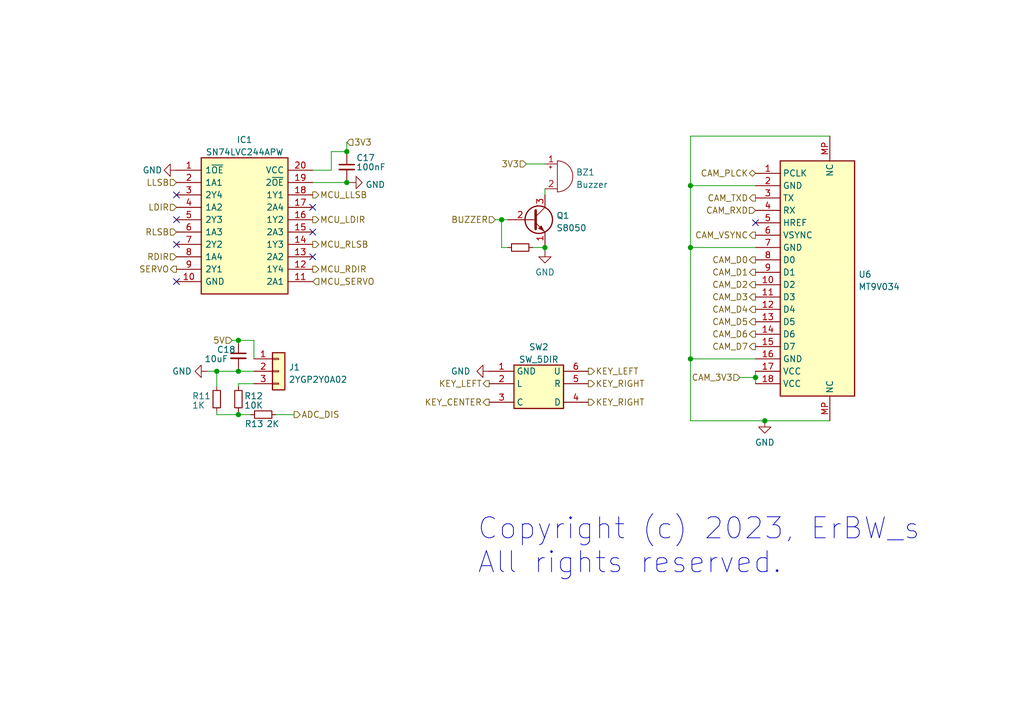
<source format=kicad_sch>
(kicad_sch (version 20230121) (generator eeschema)
  (paper "A5")
  (lib_symbols
    (symbol "Connector_Generic:Conn_01x03" (pin_names (offset 1.016) hide)
      (property "Reference" "J" (at 0 5.08 0))
      (property "Value" "Conn_01x03" (at 0 -5.08 0))
      (symbol "Conn_01x03_1_1"
        (rectangle (start -1.27 -2.413) (end 0 -2.667) (stroke (width 0.1524)))
        (rectangle (start -1.27 0.127) (end 0 -0.127) (stroke (width 0.1524)))
        (rectangle (start -1.27 2.667) (end 0 2.413) (stroke (width 0.1524)))
        (rectangle (start -1.27 3.81) (end 1.27 -3.81) (stroke (width 0.254)) (fill (type background)))
        (pin passive line (at -5.08 2.54 0) (length 3.81) (name "Pin_1") (number "1"))
        (pin passive line (at -5.08 0 0) (length 3.81) (name "Pin_2") (number "2"))
        (pin passive line (at -5.08 -2.54 0) (length 3.81) (name "Pin_3") (number "3"))
      )
    )
    (symbol "Device:Buzzer" (pin_names (offset 0.0254) hide)
      (property "Reference" "BZ" (at 3.81 1.27 0))
      (property "Value" "Buzzer" (at 3.81 -1.27 0))
      (symbol "Buzzer_0_1"
        (arc (start 0 -3.175) (mid 3.1612 0) (end 0 3.175))
        (polyline (pts (xy -1.651 1.905) (xy -1.143 1.905)))
        (polyline (pts (xy -1.397 2.159) (xy -1.397 1.651)))
        (polyline (pts (xy 0 3.175) (xy 0 -3.175)))
      )
      (symbol "Buzzer_1_1"
        (pin passive line (at -2.54 2.54 0) (length 2.54) (name "-") (number "1"))
        (pin passive line (at -2.54 -2.54 0) (length 2.54) (name "+") (number "2"))
      )
    )
    (symbol "Device:C_Small" (pin_numbers hide) (pin_names (offset 0.254) hide)
      (property "Reference" "C" (at 0.254 1.778 0))
      (property "Value" "C_Small" (at 0.254 -2.032 0))
      (symbol "C_Small_0_1"
        (polyline (pts (xy -1.524 -0.508) (xy 1.524 -0.508)) (stroke (width 0.3302)))
        (polyline (pts (xy -1.524 0.508) (xy 1.524 0.508)) (stroke (width 0.3048)))
      )
      (symbol "C_Small_1_1"
        (pin passive line (at 0 2.54 270) (length 2.032) (name "~") (number "1"))
        (pin passive line (at 0 -2.54 90) (length 2.032) (name "~") (number "2"))
      )
    )
    (symbol "Device:R_Small" (pin_numbers hide) (pin_names (offset 0.254) hide)
      (property "Reference" "R" (at 0.762 0.508 0))
      (property "Value" "R_Small" (at 0.762 -1.016 0))
      (symbol "R_Small_0_1"
        (rectangle (start -0.762 1.778) (end 0.762 -1.778) (stroke (width 0.2032)))
      )
      (symbol "R_Small_1_1"
        (pin passive line (at 0 2.54 270) (length 0.762) (name "~") (number "1"))
        (pin passive line (at 0 -2.54 90) (length 0.762) (name "~") (number "2"))
      )
    )
    (symbol "ErBW_s:MT9V034"
      (property "Reference" "U" (at -6.35 27.94 0))
      (property "Value" "MT9V034" (at -6.35 -22.86 0))
      (symbol "MT9V034_0_1"
        (rectangle (start -7.62 26.67) (end 7.62 -21.59) (stroke (width 0.254)) (fill (type background)))
      )
      (symbol "MT9V034_1_1"
        (pin bidirectional line (at -12.7 24.13 0) (length 5.08) (name "PCLK") (number "1"))
        (pin bidirectional line (at -12.7 1.27 0) (length 5.08) (name "D2") (number "10"))
        (pin bidirectional line (at -12.7 -1.27 0) (length 5.08) (name "D3") (number "11"))
        (pin bidirectional line (at -12.7 -3.81 0) (length 5.08) (name "D4") (number "12"))
        (pin bidirectional line (at -12.7 -6.35 0) (length 5.08) (name "D5") (number "13"))
        (pin bidirectional line (at -12.7 -8.89 0) (length 5.08) (name "D6") (number "14"))
        (pin bidirectional line (at -12.7 -11.43 0) (length 5.08) (name "D7") (number "15"))
        (pin power_in line (at -12.7 -13.97 0) (length 5.08) (name "GND") (number "16"))
        (pin power_in line (at -12.7 -16.51 0) (length 5.08) (name "VCC") (number "17"))
        (pin power_in line (at -12.7 -19.05 0) (length 5.08) (name "VCC") (number "18"))
        (pin power_in line (at -12.7 21.59 0) (length 5.08) (name "GND") (number "2"))
        (pin bidirectional line (at -12.7 19.05 0) (length 5.08) (name "TX") (number "3"))
        (pin bidirectional line (at -12.7 16.51 0) (length 5.08) (name "RX") (number "4"))
        (pin bidirectional line (at -12.7 13.97 0) (length 5.08) (name "HREF") (number "5"))
        (pin bidirectional line (at -12.7 11.43 0) (length 5.08) (name "VSYNC") (number "6"))
        (pin power_in line (at -12.7 8.89 0) (length 5.08) (name "GND") (number "7"))
        (pin bidirectional line (at -12.7 6.35 0) (length 5.08) (name "D0") (number "8"))
        (pin bidirectional line (at -12.7 3.81 0) (length 5.08) (name "D1") (number "9"))
        (pin bidirectional line (at 2.54 -26.67 90) (length 5.08) (name "NC") (number "MP"))
        (pin bidirectional line (at 2.54 31.75 270) (length 5.08) (name "NC") (number "MP"))
      )
    )
    (symbol "ErBW_s:SN74LVC244APW" (pin_names (offset 0.762))
      (property "Reference" "IC" (at 24.13 7.62 0))
      (property "Value" "SN74LVC244APW" (at 24.13 5.08 0))
      (symbol "SN74LVC244APW_0_0"
        (pin passive line (at 0 0 0) (length 5.08) (name "1~{OE}") (number "1"))
        (pin power_in line (at 0 -22.86 0) (length 5.08) (name "GND") (number "10"))
        (pin passive line (at 27.94 -22.86 180) (length 5.08) (name "2A1") (number "11"))
        (pin passive line (at 27.94 -20.32 180) (length 5.08) (name "1Y4") (number "12"))
        (pin passive line (at 27.94 -17.78 180) (length 5.08) (name "2A2") (number "13"))
        (pin passive line (at 27.94 -15.24 180) (length 5.08) (name "1Y3") (number "14"))
        (pin passive line (at 27.94 -12.7 180) (length 5.08) (name "2A3") (number "15"))
        (pin passive line (at 27.94 -10.16 180) (length 5.08) (name "1Y2") (number "16"))
        (pin passive line (at 27.94 -7.62 180) (length 5.08) (name "2A4") (number "17"))
        (pin passive line (at 27.94 -5.08 180) (length 5.08) (name "1Y1") (number "18"))
        (pin power_in line (at 27.94 -2.54 180) (length 5.08) (name "2~{OE}") (number "19"))
        (pin passive line (at 0 -2.54 0) (length 5.08) (name "1A1") (number "2"))
        (pin power_in line (at 27.94 0 180) (length 5.08) (name "VCC") (number "20"))
        (pin passive line (at 0 -5.08 0) (length 5.08) (name "2Y4") (number "3"))
        (pin passive line (at 0 -7.62 0) (length 5.08) (name "1A2") (number "4"))
        (pin passive line (at 0 -10.16 0) (length 5.08) (name "2Y3") (number "5"))
        (pin passive line (at 0 -12.7 0) (length 5.08) (name "1A3") (number "6"))
        (pin passive line (at 0 -15.24 0) (length 5.08) (name "2Y2") (number "7"))
        (pin passive line (at 0 -17.78 0) (length 5.08) (name "1A4") (number "8"))
        (pin passive line (at 0 -20.32 0) (length 5.08) (name "2Y1") (number "9"))
      )
      (symbol "SN74LVC244APW_0_1"
        (polyline (pts (xy 5.08 2.54) (xy 22.86 2.54) (xy 22.86 -25.4) (xy 5.08 -25.4) (xy 5.08 2.54)) (stroke (width 0.254)) (fill (type background)))
      )
    )
    (symbol "ErBW_s:SW_5DIR"
      (property "Reference" "SW" (at -5.08 5.08 0))
      (property "Value" "SW_5DIR" (at 2.54 5.08 0))
      (symbol "SW_5DIR_0_0"
        (pin power_in line (at -10.16 2.54 0) (length 5.08) (name "GND") (number "1"))
        (pin passive line (at -10.16 0 0) (length 5.08) (name "L") (number "2"))
        (pin passive line (at -10.16 -3.81 0) (length 5.08) (name "C") (number "3"))
        (pin passive line (at 10.16 -3.81 180) (length 5.08) (name "D") (number "4"))
        (pin passive line (at 10.16 0 180) (length 5.08) (name "R") (number "5"))
        (pin passive line (at 10.16 2.54 180) (length 5.08) (name "U") (number "6"))
      )
      (symbol "SW_5DIR_0_1"
        (rectangle (start -5.08 3.81) (end 5.08 -5.08) (stroke (width 0.254)) (fill (type background)))
      )
    )
    (symbol "Transistor_BJT:S8050" (pin_names (offset 0) hide)
      (property "Reference" "Q" (at 5.08 1.905 0))
      (property "Value" "S8050" (at 5.08 0 0))
      (symbol "S8050_0_1"
        (polyline (pts (xy 0 0) (xy 0.635 0)))
        (polyline (pts (xy 0.635 0.635) (xy 2.54 2.54)))
        (polyline (pts (xy 0.635 -0.635) (xy 2.54 -2.54) (xy 2.54 -2.54)))
        (polyline (pts (xy 0.635 1.905) (xy 0.635 -1.905) (xy 0.635 -1.905)) (stroke (width 0.508)))
        (polyline (pts (xy 1.27 -1.778) (xy 1.778 -1.27) (xy 2.286 -2.286) (xy 1.27 -1.778) (xy 1.27 -1.778)) (fill (type outline)))
        (circle (center 1.27 0) (radius 2.8194) (stroke (width 0.254)))
      )
      (symbol "S8050_1_1"
        (pin passive line (at 2.54 -5.08 90) (length 2.54) (name "E") (number "1"))
        (pin input line (at -5.08 0 0) (length 5.08) (name "B") (number "2"))
        (pin passive line (at 2.54 5.08 270) (length 2.54) (name "C") (number "3"))
      )
    )
    (symbol "power:GND" (power) (pin_names (offset 0))
      (property "Value" "GND" (at 0 -3.81 0))
      (symbol "GND_0_1"
        (polyline (pts (xy 0 0) (xy 0 -1.27) (xy 1.27 -1.27) (xy 0 -2.54) (xy -1.27 -1.27) (xy 0 -1.27)))
      )
      (symbol "GND_1_1"
        (pin power_in line (at 0 0 270) (length 0) hide (name "GND") (number "1"))
      )
    )
  )
  (junction (at 48.895 85.09))
  (junction (at 154.94 77.47))
  (junction (at 102.87 45.085))
  (junction (at 141.605 73.66))
  (junction (at 71.12 37.465))
  (junction (at 111.76 50.8))
  (junction (at 141.605 38.1))
  (junction (at 44.45 76.2))
  (junction (at 71.12 31.115))
  (junction (at 48.895 69.85))
  (junction (at 141.605 50.8))
  (junction (at 48.895 76.2))
  (junction (at 156.845 86.36))
  (no_connect (at 64.135 47.625))
  (no_connect (at 64.135 52.705))
  (no_connect (at 64.135 42.545))
  (no_connect (at 36.195 40.005))
  (no_connect (at 36.195 45.085))
  (no_connect (at 36.195 57.785))
  (no_connect (at 36.195 50.165))
  (no_connect (at 154.94 45.72))
  (wire (pts (xy 52.07 73.66) (xy 52.07 69.85)))
  (wire (pts (xy 101.6 45.085) (xy 102.87 45.085)))
  (wire (pts (xy 48.895 75.565) (xy 48.895 76.2)))
  (wire (pts (xy 141.605 50.8) (xy 154.94 50.8)))
  (wire (pts (xy 64.135 37.465) (xy 71.12 37.465)))
  (wire (pts (xy 156.845 86.36) (xy 170.18 86.36)))
  (wire (pts (xy 111.76 38.735) (xy 111.76 40.005)))
  (wire (pts (xy 67.945 31.115) (xy 67.945 34.925)))
  (wire (pts (xy 52.07 69.85) (xy 48.895 69.85)))
  (wire (pts (xy 141.605 38.1) (xy 141.605 50.8)))
  (wire (pts (xy 48.895 84.455) (xy 48.895 85.09)))
  (wire (pts (xy 102.87 45.085) (xy 104.14 45.085)))
  (wire (pts (xy 141.605 86.36) (xy 156.845 86.36)))
  (wire (pts (xy 60.325 85.09) (xy 56.515 85.09)))
  (wire (pts (xy 42.545 76.2) (xy 44.45 76.2)))
  (wire (pts (xy 67.945 31.115) (xy 71.12 31.115)))
  (wire (pts (xy 141.605 27.94) (xy 141.605 38.1)))
  (wire (pts (xy 111.76 50.8) (xy 111.76 51.435)))
  (wire (pts (xy 48.895 78.74) (xy 48.895 79.375)))
  (wire (pts (xy 44.45 76.2) (xy 48.895 76.2)))
  (wire (pts (xy 48.895 85.09) (xy 44.45 85.09)))
  (wire (pts (xy 151.765 77.47) (xy 154.94 77.47)))
  (wire (pts (xy 64.135 34.925) (xy 67.945 34.925)))
  (wire (pts (xy 71.12 37.465) (xy 71.12 36.83)))
  (wire (pts (xy 141.605 73.66) (xy 154.94 73.66)))
  (wire (pts (xy 48.895 85.09) (xy 51.435 85.09)))
  (wire (pts (xy 44.45 85.09) (xy 44.45 84.455)))
  (wire (pts (xy 48.895 76.2) (xy 52.07 76.2)))
  (wire (pts (xy 154.94 76.2) (xy 154.94 77.47)))
  (wire (pts (xy 109.22 50.8) (xy 111.76 50.8)))
  (wire (pts (xy 48.895 69.85) (xy 47.625 69.85)))
  (wire (pts (xy 71.12 29.21) (xy 71.12 31.115)))
  (wire (pts (xy 44.45 76.2) (xy 44.45 79.375)))
  (wire (pts (xy 104.14 50.8) (xy 102.87 50.8)))
  (wire (pts (xy 141.605 50.8) (xy 141.605 73.66)))
  (wire (pts (xy 111.76 50.8) (xy 111.76 50.165)))
  (wire (pts (xy 107.95 33.655) (xy 111.76 33.655)))
  (wire (pts (xy 48.895 70.485) (xy 48.895 69.85)))
  (wire (pts (xy 102.87 50.8) (xy 102.87 45.085)))
  (wire (pts (xy 170.18 27.94) (xy 141.605 27.94)))
  (wire (pts (xy 154.94 77.47) (xy 154.94 78.74)))
  (wire (pts (xy 71.12 31.75) (xy 71.12 31.115)))
  (wire (pts (xy 71.755 37.465) (xy 71.12 37.465)))
  (wire (pts (xy 141.605 73.66) (xy 141.605 86.36)))
  (wire (pts (xy 141.605 38.1) (xy 154.94 38.1)))
  (wire (pts (xy 52.07 78.74) (xy 48.895 78.74)))
  (text "Copyright (c) 2023, ErBW_s\nAll rights reserved." (at 97.79 118.11 0) (effects (font (size 4.318 4.318)) (justify left bottom)))
  (hierarchical_label "CAM_RXD" (shape input) (at 154.94 43.18 180))
  (hierarchical_label "MCU_LDIR" (shape output) (at 64.135 45.085 0))
  (hierarchical_label "KEY_LEFT" (shape output) (at 120.65 76.2 0))
  (hierarchical_label "CAM_D3" (shape output) (at 154.94 60.96 180))
  (hierarchical_label "MCU_RLSB" (shape output) (at 64.135 50.165 0))
  (hierarchical_label "CAM_3V3" (shape input) (at 151.765 77.47 180))
  (hierarchical_label "CAM_D7" (shape output) (at 154.94 71.12 180))
  (hierarchical_label "KEY_RIGHT" (shape output) (at 120.65 78.74 0))
  (hierarchical_label "CAM_PLCK" (shape bidirectional) (at 154.94 35.56 180))
  (hierarchical_label "LLSB" (shape input) (at 36.195 37.465 180))
  (hierarchical_label "3V3" (shape input) (at 107.95 33.655 180))
  (hierarchical_label "3V3" (shape input) (at 71.12 29.21 0))
  (hierarchical_label "5V" (shape input) (at 47.625 69.85 180))
  (hierarchical_label "RDIR" (shape input) (at 36.195 52.705 180))
  (hierarchical_label "MCU_SERVO" (shape input) (at 64.135 57.785 0))
  (hierarchical_label "MCU_RDIR" (shape output) (at 64.135 55.245 0))
  (hierarchical_label "KEY_CENTER" (shape output) (at 100.33 82.55 180))
  (hierarchical_label "ADC_DIS" (shape output) (at 60.325 85.09 0))
  (hierarchical_label "CAM_D6" (shape output) (at 154.94 68.58 180))
  (hierarchical_label "CAM_D0" (shape output) (at 154.94 53.34 180))
  (hierarchical_label "CAM_D4" (shape output) (at 154.94 63.5 180))
  (hierarchical_label "MCU_LLSB" (shape output) (at 64.135 40.005 0))
  (hierarchical_label "SERVO" (shape output) (at 36.195 55.245 180))
  (hierarchical_label "CAM_TXD" (shape output) (at 154.94 40.64 180))
  (hierarchical_label "CAM_D5" (shape output) (at 154.94 66.04 180))
  (hierarchical_label "CAM_D2" (shape output) (at 154.94 58.42 180))
  (hierarchical_label "KEY_LEFT" (shape output) (at 100.33 78.74 180))
  (hierarchical_label "KEY_RIGHT" (shape output) (at 120.65 82.55 0))
  (hierarchical_label "CAM_VSYNC" (shape output) (at 154.94 48.26 180))
  (hierarchical_label "CAM_D1" (shape output) (at 154.94 55.88 180))
  (hierarchical_label "BUZZER" (shape input) (at 101.6 45.085 180))
  (hierarchical_label "LDIR" (shape input) (at 36.195 42.545 180))
  (hierarchical_label "RLSB" (shape input) (at 36.195 47.625 180))
  (symbol (lib_id "power:GND") (at 42.545 76.2 270) (unit 1)
    (property "Reference" "#PWR018" (effects hide))
    (property "Value" "GND" (at 39.37 76.2 90) (effects (justify right)))
  )
  (symbol (lib_id "power:GND") (at 111.76 51.435 0) (unit 1)
    (property "Reference" "#PWR017" (effects hide))
    (property "Value" "GND" (at 111.76 55.8784 0))
  )
  (symbol (lib_id "ErBW_s:SW_5DIR") (at 110.49 78.74 0) (unit 1)
    (property "Reference" "SW2" (at 110.49 71.2302 0))
    (property "Value" "SW_5DIR" (at 110.49 73.7671 0))
    (property "Footprint" "ErBW_s:SW_5DIR" (effects hide))
  )
  (symbol (lib_id "Transistor_BJT:S8050") (at 109.22 45.085 0) (unit 1)
    (property "Reference" "Q1" (at 114.0714 44.2503 0) (effects (justify left)))
    (property "Value" "S8050" (at 114.0714 46.7872 0) (effects (justify left)))
    (property "Footprint" "Package_TO_SOT_SMD:SOT-23" (effects hide))
    (property "Datasheet" "http://www.unisonic.com.tw/datasheet/S8050.pdf" (effects hide))
  )
  (symbol (lib_id "Device:R_Small") (at 53.975 85.09 90) (unit 1)
    (property "Reference" "R13" (at 50.165 86.995 90) (effects (justify right)))
    (property "Value" "2K" (at 54.61 86.995 90) (effects (justify right)))
    (property "Footprint" "Resistor_SMD:R_0603_1608Metric" (effects hide))
  )
  (symbol (lib_id "Device:R_Small") (at 106.68 50.8 90) (unit 1)
    (property "Reference" "R10" (at 106.68 52.705 90))
    (property "Value" "10K" (at 106.68 54.61 90))
    (property "Footprint" "Resistor_SMD:R_0603_1608Metric" (effects hide))
    (property "Reference" "R?" (effects hide))
    (property "Value" "5K1" (effects hide))
    (instances (project "FrontCarMotherBoard" (path "" (reference "R10") (unit 1))))
  )
  (symbol (lib_id "power:GND") (at 36.195 34.925 270) (unit 1)
    (property "Reference" "#PWR015" (effects hide))
    (property "Value" "GND" (at 29.21 34.925 90) (effects (justify left)))
  )
  (symbol (lib_id "Device:C_Small") (at 71.12 34.29 0) (unit 1)
    (property "Reference" "C17" (at 73.025 32.385 0) (effects (justify left)))
    (property "Value" "100nF" (at 73.025 34.29 0) (effects (justify left)))
    (property "Footprint" "Capacitor_SMD:C_0603_1608Metric" (effects hide))
  )
  (symbol (lib_id "ErBW_s:MT9V034") (at 167.64 59.69 0) (unit 1)
    (property "Reference" "U6" (at 176.022 56.3153 0) (effects (justify left)))
    (property "Value" "MT9V034" (at 176.022 58.8522 0) (effects (justify left)))
    (property "Footprint" "Connector_FFC-FPC:Hirose_FH12-18S-0.5SH_1x18-1MP_P0.50mm_Horizontal" (effects hide))
  )
  (symbol (lib_id "ErBW_s:SN74LVC244APW") (at 36.195 34.925 0) (unit 1)
    (property "Reference" "IC1" (at 50.165 28.6852 0))
    (property "Value" "SN74LVC244APW" (at 50.165 31.2221 0))
    (property "Footprint" "Package_SO:SOP65P640X120-20N" (effects hide))
    (property "Datasheet" "http://componentsearchengine.com/Datasheets/1/SN74LVC244APW.pdf" (effects hide))
    (property "Description" "Octal Buffer/Driver With 3-State Outputs" (effects hide))
    (property "Height" "1.2" (effects hide))
    (property "Manufacturer_Name" "Texas Instruments" (effects hide))
    (property "Manufacturer_Part_Number" "SN74LVC244APW" (effects hide))
    (property "Mouser Part Number" "595-SN74LVC244APW" (effects hide))
    (property "Mouser Price/Stock" "https://www.mouser.co.uk/ProductDetail/Texas-Instruments/SN74LVC244APW?qs=Tv815z3GeNRRitEwpCCsGw%3D%3D" (effects hide))
    (property "Arrow Part Number" "SN74LVC244APW" (effects hide))
    (property "Arrow Price/Stock" "https://www.arrow.com/en/products/sn74lvc244apw/texas-instruments?region=nac" (effects hide))
  )
  (symbol (lib_id "power:GND") (at 156.845 86.36 0) (unit 1)
    (property "Reference" "#PWR020" (effects hide))
    (property "Value" "GND" (at 156.845 90.8034 0))
  )
  (symbol (lib_id "power:GND") (at 71.755 37.465 90) (unit 1)
    (property "Reference" "#PWR016" (effects hide))
    (property "Value" "GND" (at 74.93 37.8988 90) (effects (justify right)))
  )
  (symbol (lib_id "power:GND") (at 100.33 76.2 270) (unit 1)
    (property "Reference" "#PWR019" (effects hide))
    (property "Value" "GND" (at 96.52 76.2 90) (effects (justify right)))
  )
  (symbol (lib_id "Device:C_Small") (at 48.895 73.025 0) (unit 1)
    (property "Reference" "C18" (at 44.45 71.755 0) (effects (justify left)))
    (property "Value" "10uF" (at 41.91 73.66 0) (effects (justify left)))
    (property "Footprint" "Capacitor_SMD:C_0603_1608Metric" (effects hide))
  )
  (symbol (lib_id "Device:R_Small") (at 48.895 81.915 0) (unit 1)
    (property "Reference" "R12" (at 53.975 81.28 0) (effects (justify right)))
    (property "Value" "10K" (at 53.975 83.185 0) (effects (justify right)))
    (property "Footprint" "Resistor_SMD:R_0603_1608Metric" (effects hide))
  )
  (symbol (lib_id "Connector_Generic:Conn_01x03") (at 57.15 76.2 0) (unit 1)
    (property "Reference" "J1" (at 59.182 75.3653 0) (effects (justify left)))
    (property "Value" "2YGP2Y0A02" (at 59.182 77.9022 0) (effects (justify left)))
    (property "Footprint" "Connector_PinHeader_2.54mm:PinHeader_1x03_P2.54mm_Vertical" (effects hide))
  )
  (symbol (lib_id "Device:R_Small") (at 44.45 81.915 180) (unit 1)
    (property "Reference" "R11" (at 39.37 81.28 0) (effects (justify right)))
    (property "Value" "1K" (at 39.37 83.185 0) (effects (justify right)))
    (property "Footprint" "Resistor_SMD:R_0603_1608Metric" (effects hide))
  )
  (symbol (lib_id "Device:Buzzer") (at 114.3 36.195 0) (unit 1)
    (property "Reference" "BZ1" (at 118.11 35.3603 0) (effects (justify left)))
    (property "Value" "Buzzer" (at 118.11 37.8972 0) (effects (justify left)))
    (property "Footprint" "ErBW_s:Buzzer_9*9P5" (effects hide))
  )
)
</source>
